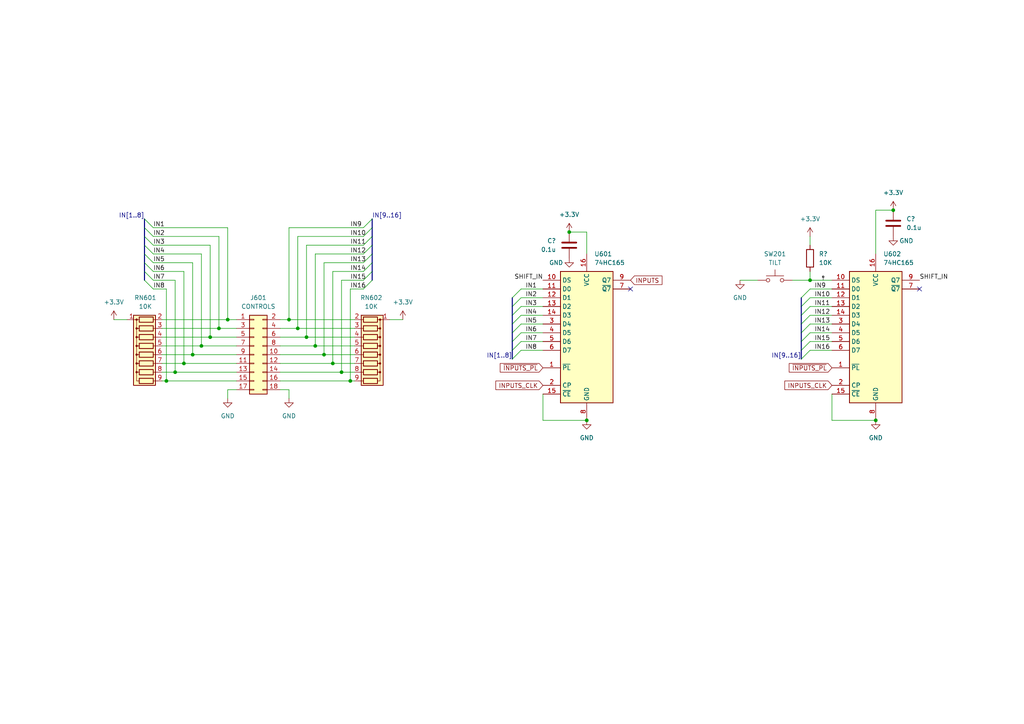
<source format=kicad_sch>
(kicad_sch (version 20230121) (generator eeschema)
  (paper "A4")
  (lib_symbols
    (symbol "74xx:74HC165"
      (property "Reference" "U" (at -7.62 19.05 0))
      (property "Value" "74HC165" (at -7.62 -21.59 0))
      (symbol "74HC165_1_0"
        (pin input line (at -12.7 -10.16 0) (length 5.08) (name "~{PL}") (number "1"))
        (pin input line (at -12.7 15.24 0) (length 5.08) (name "DS") (number "10"))
        (pin input line (at -12.7 12.7 0) (length 5.08) (name "D0") (number "11"))
        (pin input line (at -12.7 10.16 0) (length 5.08) (name "D1") (number "12"))
        (pin input line (at -12.7 7.62 0) (length 5.08) (name "D2") (number "13"))
        (pin input line (at -12.7 5.08 0) (length 5.08) (name "D3") (number "14"))
        (pin input line (at -12.7 -17.78 0) (length 5.08) (name "~{CE}") (number "15"))
        (pin power_in line (at 0 22.86 270) (length 5.08) (name "VCC") (number "16"))
        (pin input line (at -12.7 -15.24 0) (length 5.08) (name "CP") (number "2"))
        (pin input line (at -12.7 2.54 0) (length 5.08) (name "D4") (number "3"))
        (pin input line (at -12.7 0 0) (length 5.08) (name "D5") (number "4"))
        (pin input line (at -12.7 -2.54 0) (length 5.08) (name "D6") (number "5"))
        (pin input line (at -12.7 -5.08 0) (length 5.08) (name "D7") (number "6"))
        (pin output line (at 12.7 12.7 180) (length 5.08) (name "~{Q7}") (number "7"))
        (pin power_in line (at 0 -25.4 90) (length 5.08) (name "GND") (number "8"))
        (pin output line (at 12.7 15.24 180) (length 5.08) (name "Q7") (number "9"))
      )
      (symbol "74HC165_1_1"
        (rectangle (start -7.62 17.78) (end 7.62 -20.32) (stroke (width 0.254)) (fill (type background)))
      )
    )
    (symbol "Connector_Generic:Conn_02x09_Odd_Even" (pin_names (offset 1.016) hide)
      (property "Reference" "J" (at 1.27 12.7 0))
      (property "Value" "Conn_02x09_Odd_Even" (at 1.27 -12.7 0))
      (symbol "Conn_02x09_Odd_Even_1_1"
        (rectangle (start -1.27 -10.033) (end 0 -10.287) (stroke (width 0.1524)))
        (rectangle (start -1.27 -7.493) (end 0 -7.747) (stroke (width 0.1524)))
        (rectangle (start -1.27 -4.953) (end 0 -5.207) (stroke (width 0.1524)))
        (rectangle (start -1.27 -2.413) (end 0 -2.667) (stroke (width 0.1524)))
        (rectangle (start -1.27 0.127) (end 0 -0.127) (stroke (width 0.1524)))
        (rectangle (start -1.27 2.667) (end 0 2.413) (stroke (width 0.1524)))
        (rectangle (start -1.27 5.207) (end 0 4.953) (stroke (width 0.1524)))
        (rectangle (start -1.27 7.747) (end 0 7.493) (stroke (width 0.1524)))
        (rectangle (start -1.27 10.287) (end 0 10.033) (stroke (width 0.1524)))
        (rectangle (start -1.27 11.43) (end 3.81 -11.43) (stroke (width 0.254)) (fill (type background)))
        (rectangle (start 3.81 -10.033) (end 2.54 -10.287) (stroke (width 0.1524)))
        (rectangle (start 3.81 -7.493) (end 2.54 -7.747) (stroke (width 0.1524)))
        (rectangle (start 3.81 -4.953) (end 2.54 -5.207) (stroke (width 0.1524)))
        (rectangle (start 3.81 -2.413) (end 2.54 -2.667) (stroke (width 0.1524)))
        (rectangle (start 3.81 0.127) (end 2.54 -0.127) (stroke (width 0.1524)))
        (rectangle (start 3.81 2.667) (end 2.54 2.413) (stroke (width 0.1524)))
        (rectangle (start 3.81 5.207) (end 2.54 4.953) (stroke (width 0.1524)))
        (rectangle (start 3.81 7.747) (end 2.54 7.493) (stroke (width 0.1524)))
        (rectangle (start 3.81 10.287) (end 2.54 10.033) (stroke (width 0.1524)))
        (pin passive line (at -5.08 10.16 0) (length 3.81) (name "Pin_1") (number "1"))
        (pin passive line (at 7.62 0 180) (length 3.81) (name "Pin_10") (number "10"))
        (pin passive line (at -5.08 -2.54 0) (length 3.81) (name "Pin_11") (number "11"))
        (pin passive line (at 7.62 -2.54 180) (length 3.81) (name "Pin_12") (number "12"))
        (pin passive line (at -5.08 -5.08 0) (length 3.81) (name "Pin_13") (number "13"))
        (pin passive line (at 7.62 -5.08 180) (length 3.81) (name "Pin_14") (number "14"))
        (pin passive line (at -5.08 -7.62 0) (length 3.81) (name "Pin_15") (number "15"))
        (pin passive line (at 7.62 -7.62 180) (length 3.81) (name "Pin_16") (number "16"))
        (pin passive line (at -5.08 -10.16 0) (length 3.81) (name "Pin_17") (number "17"))
        (pin passive line (at 7.62 -10.16 180) (length 3.81) (name "Pin_18") (number "18"))
        (pin passive line (at 7.62 10.16 180) (length 3.81) (name "Pin_2") (number "2"))
        (pin passive line (at -5.08 7.62 0) (length 3.81) (name "Pin_3") (number "3"))
        (pin passive line (at 7.62 7.62 180) (length 3.81) (name "Pin_4") (number "4"))
        (pin passive line (at -5.08 5.08 0) (length 3.81) (name "Pin_5") (number "5"))
        (pin passive line (at 7.62 5.08 180) (length 3.81) (name "Pin_6") (number "6"))
        (pin passive line (at -5.08 2.54 0) (length 3.81) (name "Pin_7") (number "7"))
        (pin passive line (at 7.62 2.54 180) (length 3.81) (name "Pin_8") (number "8"))
        (pin passive line (at -5.08 0 0) (length 3.81) (name "Pin_9") (number "9"))
      )
    )
    (symbol "Device:C" (pin_numbers hide) (pin_names (offset 0.254))
      (property "Reference" "C" (at 0.635 2.54 0))
      (property "Value" "C" (at 0.635 -2.54 0))
      (symbol "C_0_1"
        (polyline (pts (xy -2.032 -0.762) (xy 2.032 -0.762)) (stroke (width 0.508)))
        (polyline (pts (xy -2.032 0.762) (xy 2.032 0.762)) (stroke (width 0.508)))
      )
      (symbol "C_1_1"
        (pin passive line (at 0 3.81 270) (length 2.794) (name "~") (number "1"))
        (pin passive line (at 0 -3.81 90) (length 2.794) (name "~") (number "2"))
      )
    )
    (symbol "Device:R" (pin_numbers hide) (pin_names (offset 0))
      (property "Reference" "R" (at 2.032 0 90))
      (property "Value" "R" (at 0 0 90))
      (symbol "R_0_1"
        (rectangle (start -1.016 -2.54) (end 1.016 2.54) (stroke (width 0.254)))
      )
      (symbol "R_1_1"
        (pin passive line (at 0 3.81 270) (length 1.27) (name "~") (number "1"))
        (pin passive line (at 0 -3.81 90) (length 1.27) (name "~") (number "2"))
      )
    )
    (symbol "Device:R_Network08" (pin_names (offset 0) hide)
      (property "Reference" "RN" (at -12.7 0 90))
      (property "Value" "R_Network08" (at 10.16 0 90))
      (symbol "R_Network08_0_1"
        (rectangle (start -11.43 -3.175) (end 8.89 3.175) (stroke (width 0.254)) (fill (type background)))
        (rectangle (start -10.922 1.524) (end -9.398 -2.54) (stroke (width 0.254)))
        (circle (center -10.16 2.286) (radius 0.254) (fill (type outline)))
        (rectangle (start -8.382 1.524) (end -6.858 -2.54) (stroke (width 0.254)))
        (circle (center -7.62 2.286) (radius 0.254) (fill (type outline)))
        (rectangle (start -5.842 1.524) (end -4.318 -2.54) (stroke (width 0.254)))
        (circle (center -5.08 2.286) (radius 0.254) (fill (type outline)))
        (rectangle (start -3.302 1.524) (end -1.778 -2.54) (stroke (width 0.254)))
        (circle (center -2.54 2.286) (radius 0.254) (fill (type outline)))
        (rectangle (start -0.762 1.524) (end 0.762 -2.54) (stroke (width 0.254)))
        (polyline (pts (xy -10.16 -2.54) (xy -10.16 -3.81)))
        (polyline (pts (xy -7.62 -2.54) (xy -7.62 -3.81)))
        (polyline (pts (xy -5.08 -2.54) (xy -5.08 -3.81)))
        (polyline (pts (xy -2.54 -2.54) (xy -2.54 -3.81)))
        (polyline (pts (xy 0 -2.54) (xy 0 -3.81)))
        (polyline (pts (xy 2.54 -2.54) (xy 2.54 -3.81)))
        (polyline (pts (xy 5.08 -2.54) (xy 5.08 -3.81)))
        (polyline (pts (xy 7.62 -2.54) (xy 7.62 -3.81)))
        (polyline (pts (xy -10.16 1.524) (xy -10.16 2.286) (xy -7.62 2.286) (xy -7.62 1.524)))
        (polyline (pts (xy -7.62 1.524) (xy -7.62 2.286) (xy -5.08 2.286) (xy -5.08 1.524)))
        (polyline (pts (xy -5.08 1.524) (xy -5.08 2.286) (xy -2.54 2.286) (xy -2.54 1.524)))
        (polyline (pts (xy -2.54 1.524) (xy -2.54 2.286) (xy 0 2.286) (xy 0 1.524)))
        (polyline (pts (xy 0 1.524) (xy 0 2.286) (xy 2.54 2.286) (xy 2.54 1.524)))
        (polyline (pts (xy 2.54 1.524) (xy 2.54 2.286) (xy 5.08 2.286) (xy 5.08 1.524)))
        (polyline (pts (xy 5.08 1.524) (xy 5.08 2.286) (xy 7.62 2.286) (xy 7.62 1.524)))
        (circle (center 0 2.286) (radius 0.254) (fill (type outline)))
        (rectangle (start 1.778 1.524) (end 3.302 -2.54) (stroke (width 0.254)))
        (circle (center 2.54 2.286) (radius 0.254) (fill (type outline)))
        (rectangle (start 4.318 1.524) (end 5.842 -2.54) (stroke (width 0.254)))
        (circle (center 5.08 2.286) (radius 0.254) (fill (type outline)))
        (rectangle (start 6.858 1.524) (end 8.382 -2.54) (stroke (width 0.254)))
      )
      (symbol "R_Network08_1_1"
        (pin passive line (at -10.16 5.08 270) (length 2.54) (name "common") (number "1"))
        (pin passive line (at -10.16 -5.08 90) (length 1.27) (name "R1") (number "2"))
        (pin passive line (at -7.62 -5.08 90) (length 1.27) (name "R2") (number "3"))
        (pin passive line (at -5.08 -5.08 90) (length 1.27) (name "R3") (number "4"))
        (pin passive line (at -2.54 -5.08 90) (length 1.27) (name "R4") (number "5"))
        (pin passive line (at 0 -5.08 90) (length 1.27) (name "R5") (number "6"))
        (pin passive line (at 2.54 -5.08 90) (length 1.27) (name "R6") (number "7"))
        (pin passive line (at 5.08 -5.08 90) (length 1.27) (name "R7") (number "8"))
        (pin passive line (at 7.62 -5.08 90) (length 1.27) (name "R8") (number "9"))
      )
    )
    (symbol "Switch:SW_Push" (pin_numbers hide) (pin_names (offset 1.016) hide)
      (property "Reference" "SW" (at 1.27 2.54 0))
      (property "Value" "SW_Push" (at 0 -1.524 0))
      (symbol "SW_Push_0_1"
        (circle (center -2.032 0) (radius 0.508))
        (polyline (pts (xy 0 1.27) (xy 0 3.048)))
        (polyline (pts (xy 2.54 1.27) (xy -2.54 1.27)))
        (circle (center 2.032 0) (radius 0.508))
        (pin passive line (at -5.08 0 0) (length 2.54) (name "1") (number "1"))
        (pin passive line (at 5.08 0 180) (length 2.54) (name "2") (number "2"))
      )
    )
    (symbol "power:+3.3V" (power) (pin_names (offset 0))
      (property "Value" "+3.3V" (at 0 3.556 0))
      (symbol "+3.3V_0_1"
        (polyline (pts (xy -0.762 1.27) (xy 0 2.54)))
        (polyline (pts (xy 0 0) (xy 0 2.54)))
        (polyline (pts (xy 0 2.54) (xy 0.762 1.27)))
      )
      (symbol "+3.3V_1_1"
        (pin power_in line (at 0 0 90) (length 0) hide (name "+3.3V") (number "1"))
      )
    )
    (symbol "power:GND" (power) (pin_names (offset 0))
      (property "Value" "GND" (at 0 -3.81 0))
      (symbol "GND_0_1"
        (polyline (pts (xy 0 0) (xy 0 -1.27) (xy 1.27 -1.27) (xy 0 -2.54) (xy -1.27 -1.27) (xy 0 -1.27)))
      )
      (symbol "GND_1_1"
        (pin power_in line (at 0 0 270) (length 0) hide (name "GND") (number "1"))
      )
    )
  )
  (junction (at 55.88 102.87))
  (junction (at 50.8 107.95))
  (junction (at 99.06 107.95))
  (junction (at 48.26 110.49))
  (junction (at 96.52 105.41))
  (junction (at 66.04 92.71))
  (junction (at 259.08 60.96))
  (junction (at 58.42 100.33))
  (junction (at 234.95 81.28))
  (junction (at 88.9 97.79))
  (junction (at 170.18 121.92))
  (junction (at 91.44 100.33))
  (junction (at 86.36 95.25))
  (junction (at 101.6 110.49))
  (junction (at 83.82 92.71))
  (junction (at 60.96 97.79))
  (junction (at 53.34 105.41))
  (junction (at 93.98 102.87))
  (junction (at 63.5 95.25))
  (junction (at 254 121.92))
  (junction (at 165.1 67.31))
  (no_connect (at 266.7 83.82))
  (no_connect (at 182.88 83.82))
  (bus_entry (at 44.45 73.66) (size -2.54 -2.54))
  (bus_entry (at 232.41 101.6) (size 2.54 -2.54))
  (bus_entry (at 105.41 73.66) (size 2.54 -2.54))
  (bus_entry (at 105.41 68.58) (size 2.54 -2.54))
  (bus_entry (at 105.41 76.2) (size 2.54 -2.54))
  (bus_entry (at 232.41 96.52) (size 2.54 -2.54))
  (bus_entry (at 148.59 93.98) (size 2.54 -2.54))
  (bus_entry (at 148.59 99.06) (size 2.54 -2.54))
  (bus_entry (at 44.45 78.74) (size -2.54 -2.54))
  (bus_entry (at 232.41 104.14) (size 2.54 -2.54))
  (bus_entry (at 148.59 96.52) (size 2.54 -2.54))
  (bus_entry (at 105.41 81.28) (size 2.54 -2.54))
  (bus_entry (at 105.41 78.74) (size 2.54 -2.54))
  (bus_entry (at 232.41 86.36) (size 2.54 -2.54))
  (bus_entry (at 105.41 83.82) (size 2.54 -2.54))
  (bus_entry (at 148.59 91.44) (size 2.54 -2.54))
  (bus_entry (at 148.59 88.9) (size 2.54 -2.54))
  (bus_entry (at 44.45 68.58) (size -2.54 -2.54))
  (bus_entry (at 105.41 66.04) (size 2.54 -2.54))
  (bus_entry (at 232.41 88.9) (size 2.54 -2.54))
  (bus_entry (at 44.45 76.2) (size -2.54 -2.54))
  (bus_entry (at 44.45 66.04) (size -2.54 -2.54))
  (bus_entry (at 44.45 71.12) (size -2.54 -2.54))
  (bus_entry (at 148.59 86.36) (size 2.54 -2.54))
  (bus_entry (at 148.59 104.14) (size 2.54 -2.54))
  (bus_entry (at 232.41 93.98) (size 2.54 -2.54))
  (bus_entry (at 232.41 91.44) (size 2.54 -2.54))
  (bus_entry (at 232.41 99.06) (size 2.54 -2.54))
  (bus_entry (at 105.41 71.12) (size 2.54 -2.54))
  (bus_entry (at 148.59 101.6) (size 2.54 -2.54))
  (bus_entry (at 44.45 83.82) (size -2.54 -2.54))
  (bus_entry (at 44.45 81.28) (size -2.54 -2.54))
  (bus (pts (xy 107.95 63.5) (xy 107.95 66.04)))
  (bus (pts (xy 232.41 88.9) (xy 232.41 91.44)))
  (bus (pts (xy 148.59 101.6) (xy 148.59 104.14)))
  (wire (pts (xy 105.41 83.82) (xy 101.6 83.82)))
  (wire (pts (xy 254 60.96) (xy 254 73.66)))
  (wire (pts (xy 86.36 68.58) (xy 86.36 95.25)))
  (wire (pts (xy 234.95 101.6) (xy 241.3 101.6)))
  (wire (pts (xy 105.41 73.66) (xy 91.44 73.66)))
  (wire (pts (xy 44.45 81.28) (xy 50.8 81.28)))
  (wire (pts (xy 60.96 71.12) (xy 60.96 97.79)))
  (bus (pts (xy 41.91 68.58) (xy 41.91 71.12)))
  (wire (pts (xy 234.95 96.52) (xy 241.3 96.52)))
  (wire (pts (xy 44.45 68.58) (xy 63.5 68.58)))
  (wire (pts (xy 102.87 102.87) (xy 93.98 102.87)))
  (wire (pts (xy 105.41 78.74) (xy 96.52 78.74)))
  (wire (pts (xy 50.8 81.28) (xy 50.8 107.95)))
  (wire (pts (xy 44.45 71.12) (xy 60.96 71.12)))
  (wire (pts (xy 63.5 95.25) (xy 68.58 95.25)))
  (wire (pts (xy 46.99 97.79) (xy 60.96 97.79)))
  (wire (pts (xy 101.6 83.82) (xy 101.6 110.49)))
  (wire (pts (xy 105.41 81.28) (xy 99.06 81.28)))
  (wire (pts (xy 214.63 81.28) (xy 219.71 81.28)))
  (wire (pts (xy 151.13 88.9) (xy 157.48 88.9)))
  (wire (pts (xy 33.02 92.71) (xy 36.83 92.71)))
  (wire (pts (xy 86.36 95.25) (xy 81.28 95.25)))
  (wire (pts (xy 81.28 113.03) (xy 83.82 113.03)))
  (wire (pts (xy 99.06 81.28) (xy 99.06 107.95)))
  (bus (pts (xy 148.59 91.44) (xy 148.59 93.98)))
  (wire (pts (xy 48.26 83.82) (xy 48.26 110.49)))
  (wire (pts (xy 66.04 113.03) (xy 66.04 115.57)))
  (bus (pts (xy 148.59 88.9) (xy 148.59 91.44)))
  (bus (pts (xy 41.91 73.66) (xy 41.91 76.2)))
  (bus (pts (xy 232.41 104.14) (xy 232.41 101.6)))
  (wire (pts (xy 105.41 68.58) (xy 86.36 68.58)))
  (wire (pts (xy 58.42 100.33) (xy 68.58 100.33)))
  (bus (pts (xy 232.41 96.52) (xy 232.41 99.06)))
  (wire (pts (xy 102.87 95.25) (xy 86.36 95.25)))
  (bus (pts (xy 232.41 93.98) (xy 232.41 96.52)))
  (wire (pts (xy 96.52 105.41) (xy 81.28 105.41)))
  (wire (pts (xy 58.42 73.66) (xy 58.42 100.33)))
  (wire (pts (xy 102.87 100.33) (xy 91.44 100.33)))
  (wire (pts (xy 102.87 97.79) (xy 88.9 97.79)))
  (wire (pts (xy 234.95 91.44) (xy 241.3 91.44)))
  (wire (pts (xy 151.13 101.6) (xy 157.48 101.6)))
  (bus (pts (xy 41.91 66.04) (xy 41.91 68.58)))
  (wire (pts (xy 53.34 78.74) (xy 53.34 105.41)))
  (wire (pts (xy 170.18 67.31) (xy 170.18 73.66)))
  (wire (pts (xy 91.44 100.33) (xy 81.28 100.33)))
  (bus (pts (xy 41.91 63.5) (xy 41.91 66.04)))
  (wire (pts (xy 116.84 92.71) (xy 113.03 92.71)))
  (wire (pts (xy 88.9 97.79) (xy 81.28 97.79)))
  (wire (pts (xy 68.58 113.03) (xy 66.04 113.03)))
  (wire (pts (xy 60.96 97.79) (xy 68.58 97.79)))
  (wire (pts (xy 83.82 92.71) (xy 81.28 92.71)))
  (wire (pts (xy 254 60.96) (xy 259.08 60.96)))
  (bus (pts (xy 107.95 66.04) (xy 107.95 68.58)))
  (wire (pts (xy 66.04 92.71) (xy 68.58 92.71)))
  (wire (pts (xy 53.34 105.41) (xy 68.58 105.41)))
  (wire (pts (xy 55.88 102.87) (xy 68.58 102.87)))
  (wire (pts (xy 105.41 66.04) (xy 83.82 66.04)))
  (wire (pts (xy 46.99 102.87) (xy 55.88 102.87)))
  (wire (pts (xy 44.45 83.82) (xy 48.26 83.82)))
  (wire (pts (xy 101.6 110.49) (xy 81.28 110.49)))
  (wire (pts (xy 102.87 107.95) (xy 99.06 107.95)))
  (wire (pts (xy 46.99 92.71) (xy 66.04 92.71)))
  (wire (pts (xy 99.06 107.95) (xy 81.28 107.95)))
  (wire (pts (xy 96.52 78.74) (xy 96.52 105.41)))
  (wire (pts (xy 83.82 66.04) (xy 83.82 92.71)))
  (wire (pts (xy 63.5 68.58) (xy 63.5 95.25)))
  (wire (pts (xy 88.9 71.12) (xy 88.9 97.79)))
  (wire (pts (xy 234.95 93.98) (xy 241.3 93.98)))
  (wire (pts (xy 66.04 66.04) (xy 66.04 92.71)))
  (wire (pts (xy 44.45 66.04) (xy 66.04 66.04)))
  (wire (pts (xy 151.13 93.98) (xy 157.48 93.98)))
  (wire (pts (xy 151.13 99.06) (xy 157.48 99.06)))
  (wire (pts (xy 241.3 114.3) (xy 241.3 121.92)))
  (wire (pts (xy 46.99 100.33) (xy 58.42 100.33)))
  (wire (pts (xy 151.13 86.36) (xy 157.48 86.36)))
  (wire (pts (xy 46.99 95.25) (xy 63.5 95.25)))
  (wire (pts (xy 234.95 78.74) (xy 234.95 81.28)))
  (wire (pts (xy 105.41 76.2) (xy 93.98 76.2)))
  (wire (pts (xy 234.95 83.82) (xy 241.3 83.82)))
  (wire (pts (xy 83.82 113.03) (xy 83.82 115.57)))
  (wire (pts (xy 55.88 76.2) (xy 55.88 102.87)))
  (wire (pts (xy 234.95 99.06) (xy 241.3 99.06)))
  (bus (pts (xy 107.95 73.66) (xy 107.95 76.2)))
  (wire (pts (xy 151.13 96.52) (xy 157.48 96.52)))
  (wire (pts (xy 44.45 76.2) (xy 55.88 76.2)))
  (bus (pts (xy 232.41 91.44) (xy 232.41 93.98)))
  (wire (pts (xy 93.98 76.2) (xy 93.98 102.87)))
  (bus (pts (xy 148.59 93.98) (xy 148.59 96.52)))
  (wire (pts (xy 151.13 83.82) (xy 157.48 83.82)))
  (wire (pts (xy 234.95 88.9) (xy 241.3 88.9)))
  (wire (pts (xy 91.44 73.66) (xy 91.44 100.33)))
  (wire (pts (xy 102.87 105.41) (xy 96.52 105.41)))
  (bus (pts (xy 41.91 71.12) (xy 41.91 73.66)))
  (wire (pts (xy 165.1 67.31) (xy 170.18 67.31)))
  (bus (pts (xy 107.95 71.12) (xy 107.95 73.66)))
  (bus (pts (xy 107.95 68.58) (xy 107.95 71.12)))
  (bus (pts (xy 107.95 76.2) (xy 107.95 78.74)))
  (wire (pts (xy 44.45 73.66) (xy 58.42 73.66)))
  (wire (pts (xy 46.99 105.41) (xy 53.34 105.41)))
  (bus (pts (xy 148.59 99.06) (xy 148.59 101.6)))
  (bus (pts (xy 148.59 86.36) (xy 148.59 88.9)))
  (wire (pts (xy 48.26 110.49) (xy 68.58 110.49)))
  (wire (pts (xy 46.99 110.49) (xy 48.26 110.49)))
  (wire (pts (xy 241.3 121.92) (xy 254 121.92)))
  (bus (pts (xy 232.41 99.06) (xy 232.41 101.6)))
  (wire (pts (xy 234.95 86.36) (xy 241.3 86.36)))
  (wire (pts (xy 50.8 107.95) (xy 68.58 107.95)))
  (wire (pts (xy 234.95 81.28) (xy 241.3 81.28)))
  (bus (pts (xy 107.95 78.74) (xy 107.95 81.28)))
  (wire (pts (xy 151.13 91.44) (xy 157.48 91.44)))
  (wire (pts (xy 157.48 114.3) (xy 157.48 121.92)))
  (wire (pts (xy 102.87 92.71) (xy 83.82 92.71)))
  (wire (pts (xy 229.87 81.28) (xy 234.95 81.28)))
  (wire (pts (xy 102.87 110.49) (xy 101.6 110.49)))
  (bus (pts (xy 41.91 76.2) (xy 41.91 78.74)))
  (bus (pts (xy 148.59 96.52) (xy 148.59 99.06)))
  (wire (pts (xy 46.99 107.95) (xy 50.8 107.95)))
  (wire (pts (xy 157.48 121.92) (xy 170.18 121.92)))
  (wire (pts (xy 93.98 102.87) (xy 81.28 102.87)))
  (wire (pts (xy 234.95 68.58) (xy 234.95 71.12)))
  (bus (pts (xy 232.41 86.36) (xy 232.41 88.9)))
  (bus (pts (xy 41.91 78.74) (xy 41.91 81.28)))
  (wire (pts (xy 44.45 78.74) (xy 53.34 78.74)))
  (wire (pts (xy 105.41 71.12) (xy 88.9 71.12)))
  (label "IN15" (at 101.6 81.28 0))
  (label "SHIFT_IN" (at 266.7 81.28 0))
  (label "IN[9..16]" (at 232.41 104.14 180))
  (label "IN9" (at 236.22 83.82 0))
  (label "IN6" (at 152.4 96.52 0))
  (label "IN3" (at 44.45 71.12 0))
  (label "IN7" (at 44.45 81.28 0))
  (label "IN6" (at 44.45 78.74 0))
  (label "IN11" (at 101.6 71.12 0))
  (label "IN8" (at 44.45 83.82 0))
  (label "IN3" (at 152.4 88.9 0))
  (label "IN14" (at 101.6 78.74 0))
  (label "IN8" (at 152.4 101.6 0))
  (label "IN16" (at 101.6 83.82 0))
  (label "IN12" (at 101.6 73.66 0))
  (label "IN4" (at 152.4 91.44 0))
  (label "IN14" (at 236.22 96.52 0))
  (label "IN10" (at 101.6 68.58 0))
  (label "SHIFT_IN" (at 157.48 81.28 180))
  (label "IN1" (at 152.4 83.82 0))
  (label "IN2" (at 44.45 68.58 0))
  (label "IN[9..16]" (at 107.95 63.5 0))
  (label "IN5" (at 44.45 76.2 0))
  (label "IN13" (at 101.6 76.2 0))
  (label "IN2" (at 152.4 86.36 0))
  (label "IN5" (at 152.4 93.98 0))
  (label "IN13" (at 236.22 93.98 0))
  (label "IN12" (at 236.22 91.44 0))
  (label "IN[1..8]" (at 148.59 104.14 180))
  (label "IN16" (at 236.22 101.6 0))
  (label "IN11" (at 236.22 88.9 0))
  (label "IN9" (at 101.6 66.04 0))
  (label "IN4" (at 44.45 73.66 0))
  (label "IN10" (at 236.22 86.36 0))
  (label "IN1" (at 44.45 66.04 0))
  (label "IN7" (at 152.4 99.06 0))
  (label "IN[1..8]" (at 41.91 63.5 180))
  (label "IN15" (at 236.22 99.06 0))
  (global_label "~{INPUTS_PL}" (shape input) (at 157.48 106.68 180) (property "Intersheetrefs" "${INTERSHEET_REFS}" (effects hide)))
  (global_label "INPUTS_CLK" (shape input) (at 241.3 111.76 180) (property "Intersheetrefs" "${INTERSHEET_REFS}" (effects hide)))
  (global_label "~{INPUTS_PL}" (shape input) (at 241.3 106.68 180) (property "Intersheetrefs" "${INTERSHEET_REFS}" (effects hide)))
  (global_label "INPUTS" (shape input) (at 182.88 81.28 0) (property "Intersheetrefs" "${INTERSHEET_REFS}" (effects hide)))
  (global_label "INPUTS_CLK" (shape input) (at 157.48 111.76 180) (property "Intersheetrefs" "${INTERSHEET_REFS}" (effects hide)))
  (netclass_flag "" (length 1) (shape dot) (at 238.76 81.28 0) (property "Netclass" "Signal" (effects hide)))
  (symbol (lib_id "power:+3.3V") (at 234.95 68.58 0) (unit 1)
    (property "Reference" "#PWR?" (effects hide))
    (property "Value" "+3.3V" (at 234.95 63.5 0))
    (instances (project "jcap" (path "" (reference "#PWR?") (unit 1)) (path "" (reference "#PWR0607") (unit 1))))
  )
  (symbol (lib_id "power:+3.3V") (at 259.08 60.96 0) (unit 1)
    (property "Reference" "#PWR?" (effects hide))
    (property "Value" "+3.3V" (at 259.08 55.88 0))
    (instances (project "jcap" (path "" (reference "#PWR?") (unit 1)) (path "" (reference "#PWR0609") (unit 1))))
  )
  (symbol (lib_id "Connector_Generic:Conn_02x09_Odd_Even") (at 73.66 102.87 0) (unit 1)
    (property "Reference" "J601" (at 74.93 86.36 0))
    (property "Value" "CONTROLS" (at 74.93 88.9 0))
    (property "Footprint" "Connector_PinHeader_2.54mm:PinHeader_2x09_P2.54mm_Vertical" (effects hide))
    (property "Part" "PH2-18-UA" (effects hide))
  )
  (symbol (lib_id "power:+3.3V") (at 33.02 92.71 0) (unit 1)
    (property "Reference" "#PWR?" (effects hide))
    (property "Value" "+3.3V" (at 33.02 87.63 0))
    (instances (project "jcap" (path "" (reference "#PWR?") (unit 1)) (path "" (reference "#PWR0601") (unit 1))))
  )
  (symbol (lib_id "power:GND") (at 254 121.92 0) (unit 1)
    (property "Reference" "#PWR?" (effects hide))
    (property "Value" "GND" (at 254 127 0))
    (instances (project "jcap" (path "" (reference "#PWR?") (unit 1)) (path "" (reference "#PWR0608") (unit 1))))
  )
  (symbol (lib_id "power:+3.3V") (at 116.84 92.71 0) (mirror y) (unit 1)
    (property "Reference" "#PWR?" (effects hide))
    (property "Value" "+3.3V" (at 116.84 87.63 0))
    (instances (project "jcap" (path "" (reference "#PWR?") (unit 1)) (path "" (reference "#PWR0602") (unit 1))))
  )
  (symbol (lib_id "Device:C") (at 165.1 71.12 180) (unit 1)
    (property "Reference" "C?" (at 161.29 69.85 0) (effects (justify left)))
    (property "Value" "0.1u" (at 161.29 72.39 0) (effects (justify left)))
    (property "Footprint" "Capacitor_THT:C_Disc_D3.4mm_W2.1mm_P2.50mm" (effects hide))
    (property "Datasheet" "https://www.vishay.com/docs/45171/kseries.pdf" (effects hide))
    (property "Part" "K104K15X7RF5TL2" (effects hide))
    (instances (project "jcap" (path "" (reference "C?") (unit 1)) (path "" (reference "C201") (unit 1)) (path "" (reference "C601") (unit 1))))
  )
  (symbol (lib_id "Device:R_Network08") (at 107.95 102.87 270) (unit 1)
    (property "Reference" "RN602" (at 107.696 86.36 90))
    (property "Value" "10K" (at 107.696 88.9 90))
    (property "Footprint" "Resistor_THT:R_Array_SIP9" (effects hide))
    (property "Datasheet" "https://www.bourns.com/docs/Product-Datasheets/4600M.pdf" (effects hide))
    (property "Part" "4609M-101-103LF" (effects hide))
  )
  (symbol (lib_id "Device:C") (at 259.08 64.77 0) (mirror x) (unit 1)
    (property "Reference" "C?" (at 262.89 63.5 0) (effects (justify left)))
    (property "Value" "0.1u" (at 262.89 66.04 0) (effects (justify left)))
    (property "Footprint" "Capacitor_THT:C_Disc_D3.4mm_W2.1mm_P2.50mm" (effects hide))
    (property "Datasheet" "https://www.vishay.com/docs/45171/kseries.pdf" (effects hide))
    (property "Part" "K104K15X7RF5TL2" (effects hide))
    (instances (project "jcap" (path "" (reference "C?") (unit 1)) (path "" (reference "C201") (unit 1)) (path "" (reference "C602") (unit 1))))
  )
  (symbol (lib_id "Device:R_Network08") (at 41.91 102.87 90) (mirror x) (unit 1)
    (property "Reference" "RN601" (at 42.164 86.36 90))
    (property "Value" "10K" (at 42.164 88.9 90))
    (property "Footprint" "Resistor_THT:R_Array_SIP9" (effects hide))
    (property "Datasheet" "https://www.bourns.com/docs/Product-Datasheets/4600M.pdf" (effects hide))
    (property "Part" "4609M-101-103LF" (effects hide))
  )
  (symbol (lib_id "Switch:SW_Push") (at 224.79 81.28 0) (unit 1)
    (property "Reference" "SW201" (at 224.79 73.66 0))
    (property "Value" "TILT" (at 224.79 76.2 0))
    (property "Footprint" "Button_Switch_THT:SW_PUSH_6mm_H5mm" (effects hide))
    (property "Datasheet" "https://omronfs.omron.com/en_US/ecb/products/pdf/en-b3f.pdf" (effects hide))
    (property "Part" "B3F-1002" (effects hide))
    (instances (project "jcap" (path "" (reference "SW201") (unit 1)) (path "" (reference "SW601") (unit 1))))
  )
  (symbol (lib_id "power:GND") (at 66.04 115.57 0) (unit 1)
    (property "Reference" "#PWR?" (effects hide))
    (property "Value" "GND" (at 66.04 120.65 0))
    (instances (project "jcap" (path "" (reference "#PWR?") (unit 1)) (path "" (reference "#PWR0612") (unit 1))))
  )
  (symbol (lib_id "power:GND") (at 170.18 121.92 0) (unit 1)
    (property "Reference" "#PWR?" (effects hide))
    (property "Value" "GND" (at 170.18 127 0))
    (instances (project "jcap" (path "" (reference "#PWR?") (unit 1)) (path "" (reference "#PWR0605") (unit 1))))
  )
  (symbol (lib_id "Device:R") (at 234.95 74.93 180) (unit 1)
    (property "Reference" "R?" (at 237.49 73.66 0) (effects (justify right)))
    (property "Value" "10K" (at 237.49 76.2 0) (effects (justify right)))
    (property "Footprint" "Resistor_THT:R_Axial_DIN0207_L6.3mm_D2.5mm_P10.16mm_Horizontal" (effects hide))
    (property "Datasheet" "https://www.seielect.com/catalog/sei-rnf_rnmf.pdf" (effects hide))
    (property "Part" "RNF14FTD10K0" (effects hide))
    (instances (project "jcap" (path "" (reference "R?") (unit 1)) (path "" (reference "R201") (unit 1)) (path "" (reference "R601") (unit 1))))
  )
  (symbol (lib_id "power:GND") (at 259.08 68.58 0) (unit 1)
    (property "Reference" "#PWR?" (effects hide))
    (property "Value" "GND" (at 262.89 69.85 0))
    (instances (project "jcap" (path "" (reference "#PWR?") (unit 1)) (path "" (reference "#PWR0610") (unit 1))))
  )
  (symbol (lib_id "power:GND") (at 83.82 115.57 0) (unit 1)
    (property "Reference" "#PWR?" (effects hide))
    (property "Value" "GND" (at 83.82 120.65 0))
    (instances (project "jcap" (path "" (reference "#PWR?") (unit 1)) (path "" (reference "#PWR0611") (unit 1))))
  )
  (symbol (lib_id "power:+3.3V") (at 165.1 67.31 0) (mirror y) (unit 1)
    (property "Reference" "#PWR?" (effects hide))
    (property "Value" "+3.3V" (at 165.1 62.23 0))
    (instances (project "jcap" (path "" (reference "#PWR?") (unit 1)) (path "" (reference "#PWR0603") (unit 1))))
  )
  (symbol (lib_id "power:GND") (at 214.63 81.28 0) (unit 1)
    (property "Reference" "#PWR?" (effects hide))
    (property "Value" "GND" (at 214.63 86.36 0))
    (instances (project "jcap" (path "" (reference "#PWR?") (unit 1)) (path "" (reference "#PWR0606") (unit 1))))
  )
  (symbol (lib_id "power:GND") (at 165.1 74.93 0) (mirror y) (unit 1)
    (property "Reference" "#PWR?" (effects hide))
    (property "Value" "GND" (at 161.29 76.2 0))
    (instances (project "jcap" (path "" (reference "#PWR?") (unit 1)) (path "" (reference "#PWR0604") (unit 1))))
  )
  (symbol (lib_id "74xx:74HC165") (at 170.18 96.52 0) (unit 1)
    (property "Reference" "U601" (at 172.3741 73.66 0) (effects (justify left)))
    (property "Value" "74HC165" (at 172.3741 76.2 0) (effects (justify left)))
    (property "Footprint" "Package_DIP:DIP-16_W7.62mm_Socket" (effects hide))
    (property "Datasheet" "https://www.ti.com/general/docs/suppproductinfo.tsp?distId=10&gotoUrl=https%3A%2F%2Fwww.ti.com%2Flit%2Fgpn%2Fsn74hc165" (effects hide))
    (property "Part" "SN74HC165N" (effects hide))
  )
  (symbol (lib_id "74xx:74HC165") (at 254 96.52 0) (unit 1)
    (property "Reference" "U602" (at 256.1941 73.66 0) (effects (justify left)))
    (property "Value" "74HC165" (at 256.1941 76.2 0) (effects (justify left)))
    (property "Footprint" "Package_DIP:DIP-16_W7.62mm_Socket" (effects hide))
    (property "Datasheet" "https://www.ti.com/general/docs/suppproductinfo.tsp?distId=10&gotoUrl=https%3A%2F%2Fwww.ti.com%2Flit%2Fgpn%2Fsn74hc165" (effects hide))
    (property "Part" "SN74HC165N" (effects hide))
  )
)
</source>
